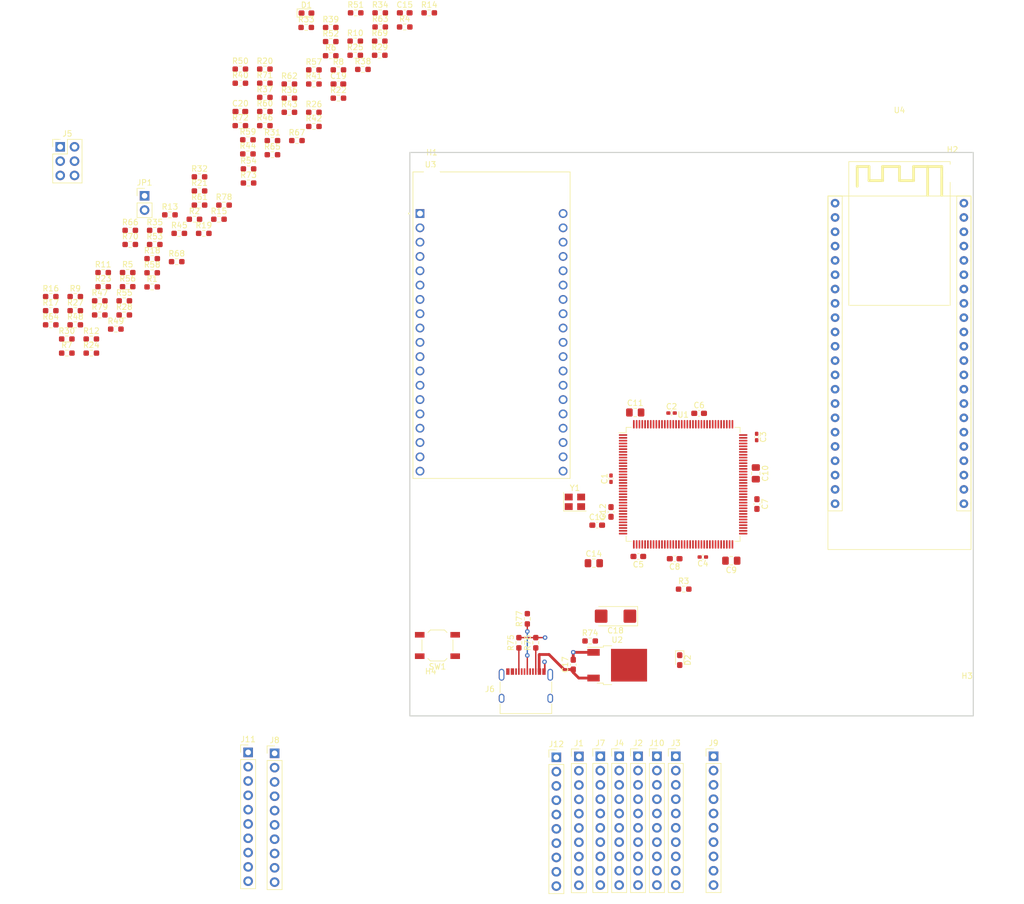
<source format=kicad_pcb>
(kicad_pcb (version 20211014) (generator pcbnew)
  (layers (0 "F.Cu" signal) (1 "In1.Cu" power) (2 "In2.Cu" signal) (31 "B.Cu" signal) (34 "B.Paste" user) (35 "F.Paste" user) (36 "B.SilkS" user "B.Silkscreen") (37 "F.SilkS" user "F.Silkscreen") (38 "B.Mask" user) (39 "F.Mask" user) (44 "Edge.Cuts" user))
  (net 0 "")
  (net 1 "+3V3")
  (net 2 "GND")
  (net 3 "+3.3VA")
  (net 4 "Net-(C15-Pad1)")
  (net 5 "+5V")
  (net 6 "OSC_OUT")
  (net 7 "OSC_IN")
  (net 8 "Net-(D1-Pad1)")
  (net 9 "Net-(D1-Pad2)")
  (net 10 "Net-(D2-Pad1)")
  (net 11 "Net-(J1-Pad1)")
  (net 12 "/ESP DEV_KIT J2 pin2")
  (net 13 "Net-(J5-Pad2)")
  (net 14 "Net-(J5-Pad5)")
  (net 15 "Net-(J6-PadA5)")
  (net 16 "Net-(J6-PadA6)")
  (net 17 "Net-(J6-PadA7)")
  (net 19 "Net-(J6-PadB5)")
  (net 22 "BOOT1")
  (net 23 "Net-(R3-Pad1)")
  (net 24 "Net-(R4-Pad1)")
  (net 25 "Net-(R5-Pad1)")
  (net 26 "Net-(R6-Pad1)")
  (net 27 "Net-(R7-Pad1)")
  (net 28 "Net-(R8-Pad1)")
  (net 29 "Net-(R9-Pad1)")
  (net 30 "Net-(R10-Pad1)")
  (net 31 "Net-(R11-Pad1)")
  (net 32 "Net-(R12-Pad1)")
  (net 33 "Net-(R13-Pad1)")
  (net 34 "Net-(R14-Pad1)")
  (net 35 "Net-(R15-Pad1)")
  (net 36 "Net-(R16-Pad1)")
  (net 37 "Net-(R17-Pad1)")
  (net 38 "Net-(R18-Pad1)")
  (net 39 "Net-(R19-Pad1)")
  (net 40 "Net-(R20-Pad1)")
  (net 41 "Net-(R21-Pad1)")
  (net 42 "Net-(R22-Pad2)")
  (net 43 "Net-(R23-Pad2)")
  (net 44 "Net-(R24-Pad2)")
  (net 45 "Net-(R25-Pad2)")
  (net 46 "Net-(R26-Pad2)")
  (net 47 "Net-(R27-Pad2)")
  (net 48 "Net-(R28-Pad2)")
  (net 49 "Net-(R29-Pad2)")
  (net 50 "Net-(R30-Pad2)")
  (net 51 "Net-(R31-Pad2)")
  (net 52 "Net-(R32-Pad2)")
  (net 53 "Net-(R33-Pad2)")
  (net 54 "Net-(R34-Pad2)")
  (net 55 "Net-(R35-Pad2)")
  (net 56 "Net-(R36-Pad2)")
  (net 57 "Net-(R37-Pad2)")
  (net 58 "Net-(R38-Pad2)")
  (net 59 "/BOOT0")
  (net 60 "Net-(R40-Pad1)")
  (net 61 "Net-(R41-Pad1)")
  (net 62 "Net-(R42-Pad1)")
  (net 63 "Net-(R43-Pad1)")
  (net 64 "Net-(R44-Pad1)")
  (net 65 "Net-(R45-Pad1)")
  (net 66 "Net-(R46-Pad1)")
  (net 67 "Net-(R47-Pad1)")
  (net 68 "Net-(R48-Pad1)")
  (net 69 "Net-(R49-Pad1)")
  (net 70 "Net-(R50-Pad1)")
  (net 71 "Net-(R51-Pad1)")
  (net 72 "Net-(R52-Pad1)")
  (net 73 "Net-(R53-Pad1)")
  (net 74 "Net-(R54-Pad1)")
  (net 75 "Net-(R55-Pad1)")
  (net 76 "Net-(R56-Pad1)")
  (net 77 "Net-(R57-Pad1)")
  (net 78 "Net-(R58-Pad1)")
  (net 79 "Net-(R59-Pad1)")
  (net 80 "Net-(R60-Pad1)")
  (net 81 "Net-(R61-Pad1)")
  (net 82 "Net-(R62-Pad1)")
  (net 83 "Net-(R63-Pad1)")
  (net 84 "Net-(R64-Pad1)")
  (net 85 "Net-(R65-Pad1)")
  (net 86 "Net-(R66-Pad1)")
  (net 87 "Net-(R67-Pad1)")
  (net 88 "Net-(R68-Pad1)")
  (net 89 "Net-(R69-Pad1)")
  (net 90 "Net-(R70-Pad1)")
  (net 91 "Net-(R71-Pad1)")
  (net 92 "Net-(R72-Pad1)")
  (net 93 "USB_D-")
  (net 94 "USB_D+")
  (net 99 "PA15")
  (net 100 "PA14")
  (net 101 "PA13")
  (net 102 "PA10")
  (net 103 "PC8")
  (net 104 "PC7")
  (net 105 "PC6")
  (net 106 "PD14")
  (net 107 "PD13")
  (net 108 "PD12")
  (net 109 "PD11")
  (net 110 "PD10")
  (net 111 "PD9")
  (net 112 "PE15")
  (net 113 "PE14")
  (net 114 "PF12")
  (net 115 "PF11")
  (net 116 "PB1")
  (net 117 "PB0")
  (net 118 "PC5")
  (net 119 "PC4")
  (net 120 "PF10")
  (net 121 "PF9")
  (net 122 "PF8")
  (net 123 "PF7")
  (net 124 "PF6")
  (net 125 "PF5")
  (net 126 "PF4")
  (net 127 "PF3")
  (net 129 "/ESP S3 J1 pin4")
  (net 130 "/ESP S3 J1 pin5")
  (net 131 "/ESP S3 J1 pin6")
  (net 132 "/ESP S3 J1 pin7")
  (net 133 "/ESP S3 J1 pin8")
  (net 134 "/ESP S3 J1 pin9")
  (net 135 "/ESP S3 J1 pin10")
  (net 136 "/ESP S3 J1 pin11")
  (net 137 "/ESP S3 J1 pin12")
  (net 138 "/ESP S3 J1 pin13")
  (net 139 "/ESP S3 J1 pin14")
  (net 140 "/ESP S3 J1 pin15")
  (net 141 "/ESP S3 J1 pin16")
  (net 142 "/ESP S3 J1 pin17")
  (net 143 "/ESP S3 J1 pin18")
  (net 144 "/ESP S3 J1 pin19")
  (net 145 "/ESP S3 J1 pin20")
  (net 146 "/ESP S3 J3 pin2")
  (net 147 "/ESP S3 J3 pin3")
  (net 148 "/ESP S3 J3 pin6")
  (net 149 "/ESP S3 J3 pin7")
  (net 150 "/ESP S3 J3 pin8")
  (net 151 "/ESP S3 J3 pin9")
  (net 152 "/ESP S3 J3 pin10")
  (net 153 "/ESP S3 J3 pin11")
  (net 154 "/ESP S3 J3 pin12")
  (net 155 "/ESP S3 J3 pin13")
  (net 156 "/ESP S3 J3 pin14")
  (net 157 "/ESP S3 J3 pin15")
  (net 158 "/ESP S3 J3 pin16")
  (net 159 "/ESP S3 J3 pin17")
  (net 160 "/ESP S3 J3 pin18")
  (net 161 "/ESP S3 J3 pin19")
  (net 162 "/ESP S3 J3 pin20")
  (net 163 "/ESP DEV_KIT J2 pin3")
  (net 164 "/ESP DEV_KIT J2 pin4")
  (net 165 "/ESP DEV_KIT J2 pin5")
  (net 166 "/ESP DEV_KIT J2 pin6")
  (net 167 "/ESP DEV_KIT J2 pin7")
  (net 168 "/ESP DEV_KIT J2 pin8")
  (net 169 "/ESP DEV_KIT J2 pin9")
  (net 170 "/ESP DEV_KIT J2 pin10")
  (net 171 "/ESP DEV_KIT J2 pin11")
  (net 172 "/ESP DEV_KIT J2 pin12")
  (net 173 "/ESP DEV_KIT J2 pin13")
  (net 174 "/ESP DEV_KIT J2 pin15")
  (net 175 "/ESP DEV_KIT J2 pin16")
  (net 176 "/ESP DEV_KIT J2 pin17")
  (net 177 "/ESP DEV_KIT J2 pin18")
  (net 178 "/ESP DEV_KIT J3 pin2")
  (net 179 "/ESP DEV_KIT J3 pin3")
  (net 180 "/ESP DEV_KIT J3 pin4")
  (net 181 "/ESP DEV_KIT J3 pin5")
  (net 182 "/ESP DEV_KIT J3 pin6")
  (net 183 "/ESP DEV_KIT J3 pin8")
  (net 184 "/ESP DEV_KIT J3 pin9")
  (net 185 "/ESP DEV_KIT J3 pin10")
  (net 186 "/ESP DEV_KIT J3 pin11")
  (net 187 "/ESP DEV_KIT J3 pin12")
  (net 188 "/ESP DEV_KIT J3 pin13")
  (net 189 "/ESP DEV_KIT J3 pin14")
  (net 190 "/ESP DEV_KIT J3 pin15")
  (net 191 "/ESP DEV_KIT J3 pin16")
  (net 192 "/ESP DEV_KIT J3 pin17")
  (net 193 "/ESP DEV_KIT J3 pin18")
  (net 194 "/ESP DEV_KIT J3 pin19")
  (net 195 "/ESP S3 J3 pin4")
  (net 196 "/ESP S3 J3 pin5")
  (net 201 "Net-(U1-Pad34)")
  (net 202 "Net-(U1-Pad35)")
  (net 203 "Net-(U1-Pad36)")
  (net 204 "Net-(U1-Pad37)")
  (net 205 "Net-(U1-Pad40)")
  (net 206 "Net-(U1-Pad41)")
  (net 207 "Net-(U1-Pad42)")
  (net 208 "Net-(U1-Pad43)")
  (net 209 "Net-(U1-Pad100)")
  (net 210 "Net-(U1-Pad101)")
  (footprint "Resistor_SMD:R_0603_1608Metric_Pad0.98x0.95mm_HandSolder" (layer "F.Cu") (at 49.92 71.31)
    (fp_text reference "R5")
    (fp_text value "220R")
  )
  (footprint "Resistor_SMD:R_0603_1608Metric_Pad0.98x0.95mm_HandSolder" (layer "F.Cu") (at 36.27 78.08)
    (fp_text reference "R17")
    (fp_text value "220R")
  )
  (footprint "Resistor_SMD:R_0603_1608Metric_Pad0.98x0.95mm_HandSolder" (layer "F.Cu") (at 122.35 137.015 90)
    (fp_text reference "R76")
    (fp_text value "5k1" hide)
  )
  (footprint "Connector_PinHeader_2.54mm:PinHeader_1x10_P2.54mm_Vertical" (layer "F.Cu") (at 71.3 156.475)
    (fp_text reference "J11")
    (fp_text value "Conn_01x10_Male")
  )
  (footprint "Resistor_SMD:R_0603_1608Metric_Pad0.98x0.95mm_HandSolder" (layer "F.Cu") (at 75.61 50.4)
    (fp_text reference "R65")
    (fp_text value "220R")
  )
  (footprint "Resistor_SMD:R_0603_1608Metric_Pad0.98x0.95mm_HandSolder" (layer "F.Cu") (at 49.32 78.84)
    (fp_text reference "R28")
    (fp_text value "220R")
  )
  (footprint "Connector_PinHeader_2.54mm:PinHeader_1x02_P2.54mm_Vertical" (layer "F.Cu") (at 52.92 57.69)
    (fp_text reference "JP1")
    (fp_text value "Jumper_2_Open")
  )
  (footprint "Resistor_SMD:R_0603_1608Metric_Pad0.98x0.95mm_HandSolder" (layer "F.Cu") (at 54.73 66.33)
    (fp_text reference "R53")
    (fp_text value "220R")
  )
  (footprint "Resistor_SMD:R_0603_1608Metric_Pad0.98x0.95mm_HandSolder" (layer "F.Cu") (at 82.97 37.85)
    (fp_text reference "R41")
    (fp_text value "220R")
  )
  (footprint "Resistor_SMD:R_0603_1608Metric_Pad0.98x0.95mm_HandSolder" (layer "F.Cu") (at 47.82 81.35)
    (fp_text reference "R49")
    (fp_text value "220R")
  )
  (footprint "Capacitor_SMD:C_0603_1608Metric_Pad1.08x0.95mm_HandSolder" (layer "F.Cu") (at 161.6 112.4 -90)
    (fp_text reference "C7")
    (fp_text value "10nF" hide)
  )
  (footprint "MountingHole:MountingHole_3.2mm_M3" (layer "F.Cu") (at 196.2 146.2)
    (fp_text reference "H3")
    (fp_text value "MountingHole")
  )
  (footprint "Capacitor_SMD:C_0402_1005Metric_Pad0.74x0.62mm_HandSolder" (layer "F.Cu") (at 135.7 107.9 90)
    (fp_text reference "C1")
    (fp_text value "10nF" hide)
  )
  (footprint "robotarna1:ESP32-devkit_v1" (layer "F.Cu") (at 186.9 59)
    (fp_text reference "U4")
    (fp_text value "ESP32-S3")
  )
  (footprint "Resistor_SMD:R_0603_1608Metric_Pad0.98x0.95mm_HandSolder" (layer "F.Cu") (at 44.97 76.33)
    (fp_text reference "R47")
    (fp_text value "220R")
  )
  (footprint "Connector_PinHeader_2.54mm:PinHeader_1x10_P2.54mm_Vertical" (layer "F.Cu") (at 147.2 157.16)
    (fp_text reference "J3")
    (fp_text value "Conn_01x10_Male")
  )
  (footprint "Capacitor_SMD:C_0603_1608Metric_Pad1.08x0.95mm_HandSolder" (layer "F.Cu") (at 129 140.9 90)
    (fp_text reference "C17")
    (fp_text value "22uF")
  )
  (footprint "Resistor_SMD:R_0603_1608Metric_Pad0.98x0.95mm_HandSolder" (layer "F.Cu") (at 74.27 42.73)
    (fp_text reference "R60")
    (fp_text value "220R")
  )
  (footprint "Resistor_SMD:R_0603_1608Metric_Pad0.98x0.95mm_HandSolder" (layer "F.Cu") (at 78.62 42.87)
    (fp_text reference "R43")
    (fp_text value "220R")
  )
  (footprint "Resistor_SMD:R_0603_1608Metric_Pad0.98x0.95mm_HandSolder" (layer "F.Cu") (at 39.12 85.61)
    (fp_text reference "R7")
    (fp_text value "220R")
  )
  (footprint "Resistor_SMD:R_0603_1608Metric_Pad0.98x0.95mm_HandSolder" (layer "F.Cu") (at 90.31 30.24)
    (fp_text reference "R10")
    (fp_text value "220R")
  )
  (footprint "Resistor_SMD:R_0603_1608Metric_Pad0.98x0.95mm_HandSolder" (layer "F.Cu") (at 50.38 63.82)
    (fp_text reference "R66")
    (fp_text value "220R")
  )
  (footprint "Resistor_SMD:R_0603_1608Metric_Pad0.98x0.95mm_HandSolder" (layer "F.Cu") (at 103.44 25.22)
    (fp_text reference "R14")
    (fp_text value "220R")
  )
  (footprint "Connector_PinHeader_2.54mm:PinHeader_1x10_P2.54mm_Vertical" (layer "F.Cu") (at 76 156.64)
    (fp_text reference "J8")
    (fp_text value "Conn_01x10_Male")
  )
  (footprint "Resistor_SMD:R_0603_1608Metric_Pad0.98x0.95mm_HandSolder" (layer "F.Cu") (at 94.74 27.73)
    (fp_text reference "R63")
    (fp_text value "220R")
  )
  (footprint "Resistor_SMD:R_0603_1608Metric_Pad0.98x0.95mm_HandSolder" (layer "F.Cu") (at 36.27 75.57)
    (fp_text reference "R16")
    (fp_text value "220R")
  )
  (footprint "Capacitor_SMD:C_0402_1005Metric_Pad0.74x0.62mm_HandSolder" (layer "F.Cu") (at 161.55 100.5 -90)
    (fp_text reference "C3")
    (fp_text value "10nF" hide)
  )
  (footprint "Resistor_SMD:R_0603_1608Metric_Pad0.98x0.95mm_HandSolder" (layer "F.Cu") (at 40.62 80.59)
    (fp_text reference "R48")
    (fp_text value "220R")
  )
  (footprint "Resistor_SMD:R_0603_1608Metric_Pad0.98x0.95mm_HandSolder" (layer "F.Cu") (at 94.66 32.75)
    (fp_text reference "R29")
    (fp_text value "220R")
  )
  (footprint "robotarna:MODULE_ESP32-DEVKITC-32D" (layer "F.Cu") (at 114.5 80.6)
    (fp_text reference "U3")
    (fp_text value "ESP32-DEVKITC-32D")
  )
  (footprint "Resistor_SMD:R_0603_1608Metric_Pad0.98x0.95mm_HandSolder" (layer "F.Cu") (at 45.57 73.82)
    (fp_text reference "R23")
    (fp_text value "220R")
  )
  (footprint "Connector_USB:USB_C_Receptacle_XKB_U262-16XN-4BVC11" (layer "F.Cu") (at 120.6 145.8)
    (fp_text reference "J6")
    (fp_text value "USB_C_Receptacle")
  )
  (footprint "Resistor_SMD:R_0603_1608Metric_Pad0.98x0.95mm_HandSolder" (layer "F.Cu") (at 40.62 75.57)
    (fp_text reference "R9")
    (fp_text value "220R")
  )
  (footprint "Resistor_SMD:R_0603_1608Metric_Pad0.98x0.95mm_HandSolder" (layer "F.Cu") (at 43.47 85.61)
    (fp_text reference "R24")
    (fp_text value "220R")
  )
  (footprint "Package_QFP:LQFP-144_20x20mm_P0.5mm" (layer "F.Cu") (at 148.5 108.9)
    (fp_text reference "U1")
    (fp_text value "STM32F103ZETx")
  )
  (footprint "Resistor_SMD:R_0603_1608Metric_Pad0.98x0.95mm_HandSolder" (layer "F.Cu") (at 50.38 66.33)
    (fp_text reference "R70")
    (fp_text value "220R")
  )
  (footprint "Resistor_SMD:R_0603_1608Metric_Pad0.98x0.95mm_HandSolder" (layer "F.Cu") (at 85.96 27.81)
    (fp_text reference "R39")
    (fp_text value "100k")
  )
  (footprint "Resistor_SMD:R_0603_1608Metric_Pad0.98x0.95mm_HandSolder" (layer "F.Cu") (at 87.32 40.36)
    (fp_text reference "R22")
    (fp_text value "220R")
  )
  (footprint "Resistor_SMD:R_0603_1608Metric_Pad0.98x0.95mm_HandSolder" (layer "F.Cu") (at 44.97 78.84)
    (fp_text reference "R79")
    (fp_text value "1k5")
  )
  (footprint "Capacitor_SMD:C_0603_1608Metric_Pad1.08x0.95mm_HandSolder" (layer "F.Cu") (at 87.32 37.85)
    (fp_text reference "C19")
    (fp_text value "18pF")
  )
  (footprint "Resistor_SMD:R_0603_1608Metric_Pad0.98x0.95mm_HandSolder" (layer "F.Cu") (at 87.32 35.34)
    (fp_text reference "R8")
    (fp_text value "220R")
  )
  (footprint "Resistor_SMD:R_0603_1608Metric_Pad0.98x0.95mm_HandSolder" (layer "F.Cu") (at 67.02 59.34)
    (fp_text reference "R78")
    (fp_text value "20R")
  )
  (footprint "Capacitor_SMD:C_0603_1608Metric_Pad1.08x0.95mm_HandSolder" (layer "F.Cu") (at 69.92 42.73)
    (fp_text reference "C20")
    (fp_text value "18pF")
  )
  (footprint "Resistor_SMD:R_0603_1608Metric_Pad0.98x0.95mm_HandSolder" (layer "F.Cu") (at 59.08 64.36)
    (fp_text reference "R45")
    (fp_text value "220R")
  )
  (footprint "Resistor_SMD:R_0603_1608Metric_Pad0.98x0.95mm_HandSolder" (layer "F.Cu") (at 74.27 35.2)
    (fp_text reference "R20")
    (fp_text value "220R")
  )
  (footprint "Resistor_SMD:R_0603_1608Metric_Pad0.98x0.95mm_HandSolder" (layer "F.Cu") (at 82.97 45.38)
    (fp_text reference "R42")
    (fp_text value "220R")
  )
  (footprint "Resistor_SMD:R_0603_1608Metric_Pad0.98x0.95mm_HandSolder" (layer "F.Cu") (at 74.27 45.24)
    (fp_text reference "R46")
    (fp_text value "220R")
  )
  (footprint "Capacitor_SMD:C_0603_1608Metric_Pad1.08x0.95mm_HandSolder" (layer "F.Cu") (at 147 122.1 180)
    (fp_text reference "C8")
    (fp_text value "10nF" hide)
  )
  (footprint "Connector_PinHeader_2.54mm:PinHeader_1x10_P2.54mm_Vertical" (layer "F.Cu") (at 137.15 157.16)
    (fp_text reference "J4")
    (fp_text value "Conn_01x10_Male")
  )
  (footprint "Resistor_SMD:R_0603_1608Metric_Pad0.98x0.95mm_HandSolder" (layer "F.Cu") (at 82.97 42.87)
    (fp_text reference "R26")
    (fp_text value "220R")
  )
  (footprint "Resistor_SMD:R_0603_1608Metric_Pad0.98x0.95mm_HandSolder" (layer "F.Cu") (at 94.74 25.22)
    (fp_text reference "R34")
    (fp_text value "220R")
  )
  (footprint "Button_Switch_SMD:SW_SPST_TL3342" (layer "F.Cu") (at 104.9 137.5 180)
    (fp_text reference "SW1")
    (fp_text value "SW_Push_Dual")
  )
  (footprint "Resistor_SMD:R_0603_1608Metric_Pad0.98x0.95mm_HandSolder" (layer "F.Cu") (at 43.47 83.1)
    (fp_text reference "R12")
    (fp_text value "220R")
  )
  (footprint "Resistor_SMD:R_0603_1608Metric_Pad0.98x0.95mm_HandSolder" (layer "F.Cu") (at 119.35 137.015 90)
    (fp_text reference "R75")
    (fp_text value "5k1" hide)
  )
  (footprint "Capacitor_SMD:C_0603_1608Metric_Pad1.08x0.95mm_HandSolder" (layer "F.Cu") (at 133.25 116.15)
    (fp_text reference "C13")
    (fp_text value "1uF")
  )
  (footprint "Resistor_SMD:R_0603_1608Metric_Pad0.98x0.95mm_HandSolder" (layer "F.Cu") (at 91.67 35.26)
    (fp_text reference "R38")
    (fp_text value "220R")
  )
  (footprint "Resistor_SMD:R_0603_1608Metric_Pad0.98x0.95mm_HandSolder" (layer "F.Cu") (at 49.92 73.82)
    (fp_text reference "R56")
    (fp_text value "220R")
  )
  (footprint "Resistor_SMD:R_0603_1608Metric_Pad0.98x0.95mm_HandSolder" (layer "F.Cu") (at 62.67 59.34)
    (fp_text reference "R61")
    (fp_text value "220R")
  )
  (footprint "Resistor_SMD:R_0603_1608Metric_Pad0.98x0.95mm_HandSolder" (layer "F.Cu") (at 90.31 32.75)
    (fp_text reference "R25")
    (fp_text value "220R")
  )
  (footprint "Connector_PinHeader_2.54mm:PinHeader_1x10_P2.54mm_Vertical" (layer "F.Cu") (at 126 157.345)
    (fp_text reference "J12")
    (fp_text value "Conn_01x10_Male")
  )
  (footprint "Capacitor_SMD:C_0805_2012Metric_Pad1.18x1.45mm_HandSolder" (layer "F.Cu") (at 161.4 106.95 -90)
    (fp_text reference "C10")
    (fp_text value "10nF" hide)
  )
  (footprint "Resistor_SMD:R_0603_1608Metric_Pad0.98x0.95mm_HandSolder" (layer "F.Cu") (at 71.26 47.75)
    (fp_text reference "R59")
    (fp_text value "220R")
  )
  (footprint "MountingHole:MountingHole_3.2mm_M3" (layer "F.Cu") (at 196.3 53.7)
    (fp_text reference "H2")
    (fp_text value "MountingHole")
  )
  (footprint "Resistor_SMD:R_0603_1608Metric_Pad0.98x0.95mm_HandSolder" (layer "F.Cu") (at 66.12 61.85)
    (fp_text reference "R15")
    (fp_text value "220R")
  )
  (footprint "Resistor_SMD:R_0603_1608Metric_Pad0.98x0.95mm_HandSolder" (layer "F.Cu") (at 90.39 25.22)
    (fp_text reference "R51")
    (fp_text value "220R")
  )
  (footprint "Capacitor_SMD:C_0603_1608Metric_Pad1.08x0.95mm_HandSolder" (layer "F.Cu") (at 151.3375 96.3)
    (fp_text reference "C6")
    (fp_text value "10nF" hide)
  )
  (footprint "Resistor_SMD:R_0603_1608Metric_Pad0.98x0.95mm_HandSolder" (layer "F.Cu") (at 58.62 69.38)
    (fp_text reference "R68")
    (fp_text value "220R")
  )
  (footprint "LED_SMD:LED_0603_1608Metric_Pad1.05x0.95mm_HandSolder" (layer "F.Cu") (at 147.9 140.1 -90)
    (fp_text reference "D2")
    (fp_text value "RED")
  )
  (footprint "Connector_PinHeader_2.54mm:PinHeader_2x03_P2.54mm_Vertical" (layer "F.Cu") (at 37.95 49)
    (fp_text reference "J5")
    (fp_text value "Conn_02x03_Counter_Clockwise")
  )
  (footprint "Capacitor_SMD:C_0402_1005Metric_Pad0.74x0.62mm_HandSolder" (layer "F.Cu") (at 146.45 96.25)
    (fp_text reference "C2")
    (fp_text value "10nF" hide)
  )
  (footprint "Resistor_SMD:R_0603_1608Metric_Pad0.98x0.95mm_HandSolder" (layer "F.Cu") (at 71.37 55.42)
    (fp_text reference "R73")
    (fp_text value "1k5")
  )
  (footprint "Resistor_SMD:R_0603_1608Metric_Pad0.98x0.95mm_HandSolder" (layer "F.Cu") (at 61.77 61.85)
    (fp_text reference "R2")
    (fp_text value "10k")
  )
  (footprint "Resistor_SMD:R_0603_1608Metric_Pad0.98x0.95mm_HandSolder" (layer "F.Cu") (at 57.42 61.07)
    (fp_text reference "R13")
    (fp_text value "220R")
  )
  (footprint "Capacitor_SMD:C_0603_1608Metric_Pad1.08x0.95mm_HandSolder" (layer "F.Cu") (at 135.7 113.8 -90)
    (fp_text reference "C12")
    (fp_text value "4.7uF" hide)
  )
  (footprint "Capacitor_SMD:C_0805_2012Metric_Pad1.18x1.45mm_HandSolder" (layer "F.Cu") (at 157.05 122.45 180)
    (fp_text reference "C9")
    (fp_text value "10nF" hide)
  )
  (footprint "Resistor_SMD:R_0603_1608Metric_Pad0.98x0.95mm_HandSolder" (layer "F.Cu") (at 69.92 45.24)
    (fp_text reference "R72")
    (fp_text value "220R")
  )
  (footprint "Resistor_SMD:R_0603_1608Metric_Pad0.98x0.95mm_HandSolder" (layer "F.Cu") (at 69.92 35.2)
    (fp_text reference "R50")
    (fp_text value "220R")
  )
  (footprint "Capacitor_SMD:C_0805_2012Metric_Pad1.18x1.45mm_HandSolder" (layer "F.Cu") (at 132.65 122.9)
    (fp_text reference "C14")
    (fp_text value "10nF")
  )
  (footprint "LED_SMD:LED_0603_1608Metric_Pad1.05x0.95mm_HandSolder" (layer "F.Cu") (at 81.655 25.26)
    (fp_text reference "D1")
    (fp_text value "BLUE")
  )
  (footprint "Resistor_SMD:R_0603_1608Metric_Pad0.98x0.95mm_HandSolder" (layer "F.Cu") (at 54.27 71.35)
    (fp_text reference "R58")
    (fp_text value "220R")
  )
  (footprint "Resistor_SMD:R_0603_1608Metric_Pad0.98x0.95mm_HandSolder" (layer "F.Cu") (at 81.61 27.81)
    (fp_text reference "R33")
    (fp_text value "220R")
  )
  (footprint "MountingHole:MountingHole_3.2mm_M3" (layer "F.Cu") (at 103.9 54.2)
    (fp_text reference "H1")
    (fp_text value "MountingHole")
  )
  (footprint "Connector_PinHeader_2.54mm:PinHeader_1x10_P2.54mm_Vertical" (layer "F.Cu") (at 133.8 157.16)
    (fp_text reference "J7")
    (fp_text value "Conn_01x10_Male")
  )
  (footprint "Resistor_SMD:R_0603_1608Metric_Pad0.98x0.95mm_HandSolder" (layer "F.Cu") (at 85.96 32.83)
    (fp_text reference "R6")
    (fp_text value "220R")
  )
  (footprint "Resistor_SMD:R_0603_1608Metric_Pad0.98x0.95mm_HandSolder" (layer "F.Cu") (at 45.57 71.31)
    (fp_text reference "R11")
    (fp_text value "220R")
  )
  (footprint "Resistor_SMD:R_0603_1608Metric_Pad0.98x0.95mm_HandSolder" (layer "F.Cu") (at 78.62 37.85)
    (fp_text reference "R62")
    (fp_text value "220R")
  )
  (footprint "Capacitor_SMD:C_0603_1608Metric_Pad1.08x0.95mm_HandSolder" (layer "F.Cu") (at 140.55 121.7 180)
    (fp_text reference "C5")
    (fp_text value "10nF" hide)
  )
  (footprint "Resistor_SMD:R_0603_1608Metric_Pad0.98x0.95mm_HandSolder" (layer "F.Cu") (at 69.92 37.71)
    (fp_text reference "R40")
    (fp_text value "220R")
  )
  (footprint "Capacitor_SMD:C_0805_2012Metric_Pad1.18x1.45mm_HandSolder" (layer "F.Cu") (at 140 96.15)
    (fp_text reference "C11")
    (fp_text value "10nF" hide)
  )
  (footprint "Resistor_SMD:R_0603_1608Metric_Pad0.98x0.95mm_HandSolder" (layer "F.Cu") (at 40.62 78.08)
    (fp_text reference "R27")
    (fp_text value "220R")
  )
  (footprint "Resistor_SMD:R_0603_1608Metric_Pad0.98x0.95mm_HandSolder" (layer "F.Cu") (at 148.6 127.5)
    (fp_text reference "R3")
    (fp_text value "220R")
  )
  (footprint "Resistor_SMD:R_0603_1608Metric_Pad0.98x0.95mm_HandSolder" (layer "F.Cu") (at 39.12 83.1)
    (fp_text reference "R30")
    (fp_text value "220R")
  )
  (footprint "Package_TO_SOT_SMD:TO-252-2" (layer "F.Cu") (at 136.8 141)
    (fp_text reference "U2")
    (fp_text value "AMS1117-3.3")
  )
  (footprint "Resistor_SMD:R_0603_1608Metric_Pad0.98x0.95mm_HandSolder" (layer "F.Cu") (at 99.09 27.73)
    (fp_text reference "R4")
    (fp_text value "220R")
  )
  (footprint "Resistor_SMD:R_0603_1608Metric_Pad0.98x0.95mm_HandSolder" (layer "F.Cu") (at 36.27 80.59)
    (fp_text reference "R64")
    (fp_text value "220R")
  )
  (footprint "Resistor_SMD:R_0603_1608Metric_Pad0.98x0.95mm_HandSolder" (layer "F.Cu") (at 62.67 54.32)
    (fp_text reference "R32")
    (fp_text value "220R")
  )
  (footprint "Resistor_SMD:R_0603_1608Metric_Pad0.98x0.95mm_HandSolder" (layer "F.Cu") (at 62.67 56.83)
    (fp_text reference "R21")
    (fp_text value "220R")
  )
  (footprint "Resistor_SMD:R_0603_1608Metric_Pad0.98x0.95mm_HandSolder" (layer "F.Cu") (at 82.97 35.34)
    (fp_text reference "R57")
    (fp_text value "220R")
  )
  (footprint "Resistor_SMD:R_0603_1608Metric_Pad0.98x0.95mm_HandSolder" (layer "F.Cu") (at 54.73 63.82)
    (fp_text reference "R35")
    (fp_text value "220R")
  )
  (footprint "Resistor_SMD:R_0603_1608Metric_Pad0.98x0.95mm_HandSolder" (layer "F.Cu") (at 63.43 64.36)
    (fp_text reference "R19")
    (fp_text value "220R")
  )
  (footprint "Connector_PinHeader_2.54mm:PinHeader_1x10_P2.54mm_Vertical" (layer "F.Cu") (at 153.9 157.16)
    (fp_text reference "J9")
    (fp_text value "Conn_01x10_Male")
  )
  (footprint "Resistor_SMD:R_0603_1608Metric_Pad0.98x0.95mm_HandSolder" (layer "F.Cu") (at 132 136.7)
    (fp_text reference "R74")
    (fp_text value "1k5")
  )
  (footprint "Capacitor_Tantalum_SMD:CP_EIA-6032-20_AVX-F_Pad2.25x2.35mm_HandSolder" (layer "F.Cu") (at 136.5 132.3 180)
    (fp_text reference "C18")
    (fp_text value "22µF solid tantalum")
  )
  (footprint "Resistor_SMD:R_0603_1608Metric_Pad0.98x0.95mm_HandSolder" (layer "F.Cu") (at 49.32 76.33)
    (fp_text reference "R55")
    (fp_text value "220R")
  )
  (footprint "Resistor_SMD:R_0603_1608Metric_Pad0.98x0.95mm_HandSolder" (layer "F.Cu") (at 74.27 37.71)
    (fp_text reference "R71")
    (fp_text value "220R")
  )
  (footprint "Resistor_SMD:R_0603_1608Metric_Pad0.98x0.95mm_HandSolder" (layer "F.Cu") (at 74.27 40.22)
    (fp_text reference "R37")
    (fp_text value "220R")
  )
  (footprint "Capacitor_SMD:C_0603_1608Metric_Pad1.08x0.95mm_HandSolder" (layer "F.Cu") (at 99.09 25.22)
    (fp_text reference "C15")
    (fp_text value "4.7uF")
  )
  (footprint "Capacitor_SMD:C_0402_1005Metric_Pad0.74x0.62mm_HandSolder" (layer "F.Cu") (at 152 121.8 180)
    (fp_text reference "C4")
    (fp_text value "10nF" hide)
  )
  (footprint "Connector_PinHeader_2.54mm:PinHeader_1x10_P2.54mm_Vertical" (layer "F.Cu") (at 143.85 157.16)
    (fp_text reference "J10")
    (fp_text value "Conn_01x10_Male")
  )
  (footprint "Resistor_SMD:R_0603_1608Metric_Pad0.98x0.95mm_HandSolder" (layer "F.Cu") (at 85.96 30.32)
    (fp_text reference "R52")
    (fp_text value "220R")
  )
  (footprint "Resistor_SMD:R_0603_1608Metric_Pad0.98x0.95mm_HandSolder" (layer "F.Cu") (at 71.37 52.91)
    (fp_text reference "R54")
    (fp_text value "220R")
  )
  (footprint "Resistor_SMD:R_0603_1608Metric_Pad0.98x0.95mm_HandSolder" (layer "F.Cu") (at 120.85 132.765 90)
    (fp_text reference "R77")
    (fp_text value "20R" hide)
  )
  (footprint "Resistor_SMD:R_0603_1608Metric_Pad0.98x0.95mm_HandSolder" (layer "F.Cu") (at 75.61 47.89)
    (fp_text reference "R31")
    (fp_text value "220R")
  )
  (footprint "Connector_PinHeader_2.54mm:PinHeader_1x10_P2.54mm_Vertical" (layer "F.Cu") (at 130 157.185)
    (fp_text reference "J1")
    (fp_text value "Conn_01x10_Male")
  )
  (footprint "MountingHole:MountingHole_3.2mm_M3" (layer "F.Cu") (at 103.7 146.3)
    (fp_text reference "H4")
    (fp_text value "MountingHole")
  )
  (footprint "Resistor_SMD:R_0603_1608Metric_Pad0.98x0.95mm_HandSolder" (layer "F.Cu") (at 54.27 68.84)
    (fp_text reference "R18")
    (fp_text value "220R")
  )
  (footprint "Resistor_SMD:R_0603_1608Metric_Pad0.98x0.95mm_HandSolder" (layer "F.Cu") (at 71.26 50.26)
    (fp_text reference "R44")
    (fp_text value "220R")
  )
  (footprint "Resistor_SMD:R_0603_1608Metric_Pad0.98x0.95mm_HandSolder" (layer "F.Cu") (at 78.62 40.36)
    (fp_text reference "R36")
    (fp_text value "220R")
  )
  (footprint "Resistor_SMD:R_0603_1608Metric_Pad0.98x0.95mm_HandSolder" (layer "F.Cu") (at 79.96 47.89)
    (fp_text reference "R67")
    (fp_text value "220R")
  )
  (footprint "Resistor_SMD:R_0603_1608Metric_Pad0.98x0.95mm_HandSolder" (layer "F.Cu") (at 54.27 73.86)
    (fp_text reference "R1")
    (fp_text value "100k")
  )
  (footprint "Crystal:Crystal_SMD_3225-4Pin_3.2x2.5mm" (layer "F.Cu") (at 129.3 112)
    (fp_text reference "Y1")
    (fp_text value "12Mhz")
  )
  (footprint "Connector_PinHeader_2.54mm:PinHeader_1x10_P2.54mm_Vertical" (layer "F.Cu") (at 140.5 157.16)
    (fp_text reference "J2")
    (fp_text value "Conn_01x10_Male")
  )
  (footprint "Resistor_SMD:R_0603_1608Metric_Pad0.98x0.95mm_HandSolder" (layer "F.Cu") (at 94.66 30.24)
    (fp_text reference "R69")
    (fp_text value "220R")
  )
  (gr_rect (start 100 50) (end 200 150) (layer "Edge.Cuts") (width 0.2) (fill none))
  (segment (start 158.0875 121.9875) (end 158.0875 122.45) (width 0.3) (layer "F.Cu") (net 1))
  (segment (start 123.0375 136.1025) (end 123.9975 136.1025) (width 0.25) (layer "F.Cu") (net 2))
  (segment (start 122.35 136.1025) (end 123.0375 136.1025) (width 0.25) (layer "F.Cu") (net 2))
  (segment (start 123.95 140.45) (end 123.9 140.4) (width 0.3) (layer "F.Cu") (net 2))
  (segment (start 123.9975 136.1025) (end 124 136.1) (width 0.25) (layer "F.Cu") (net 2))
  (segment (start 129 140.0375) (end 129 138.7) (width 0.5) (layer "F.Cu") (net 2))
  (segment (start 123.95 142.13) (end 123.95 140.45) (width 0.3) (layer "F.Cu") (net 2))
  (segment (start 129.02 138.72) (end 129 138.7) (width 0.5) (layer "F.Cu") (net 2))
  (segment (start 132.6 138.72) (end 129.02 138.72) (width 0.5) (layer "F.Cu") (net 2))
  (segment (start 119.35 136.1025) (end 122.35 136.1025) (width 0.25) (layer "F.Cu") (net 2))
  (via (at 129 138.7) (size 0.8) (drill 0.4) (layers "F.Cu" "B.Cu") (net 2))
  (via (at 124 136.1) (size 0.8) (drill 0.4) (layers "F.Cu" "B.Cu") (net 2))
  (via (at 123.9 140.4) (size 0.8) (drill 0.4) (layers "F.Cu" "B.Cu") (net 2))
  (segment (start 129 141.7625) (end 129 142.3) (width 0.5) (layer "F.Cu") (net 5))
  (segment (start 122.95 139.15) (end 122.95 142.13) (width 0.5) (layer "F.Cu") (net 5))
  (segment (start 129 141.7625) (end 127.3625 141.7625) (width 0.5) (layer "F.Cu") (net 5))
  (segment (start 123 139.1) (end 122.95 139.15) (width 0.5) (layer "F.Cu") (net 5))
  (segment (start 124.7 139.1) (end 123 139.1) (width 0.5) (layer "F.Cu") (net 5))
  (segment (start 129 142.3) (end 129.98 143.28) (width 0.5) (layer "F.Cu") (net 5))
  (segment (start 127.3625 141.7625) (end 124.7 139.1) (width 0.5) (layer "F.Cu") (net 5))
  (segment (start 129.98 143.28) (end 132.6 143.28) (width 0.5) (layer "F.Cu") (net 5))
  (segment (start 123.1 141.88) (end 122.85 142.13) (width 0.3) (layer "F.Cu") (net 5))
  (segment (start 119.35 137.9275) (end 119.35 141.695) (width 0.25) (layer "F.Cu") (net 15))
  (segment (start 120.85 135.015) (end 120.85 133.6775) (width 0.25) (layer "F.Cu") (net 17))
  (segment (start 120.85 141.695) (end 120.85 139.265) (width 0.25) (layer "F.Cu") (net 17))
  (via (at 120.85 139.265) (size 0.8) (drill 0.4) (layers "F.Cu" "B.Cu") (net 17))
  (via (at 120.85 135.015) (size 0.8) (drill 0.4) (layers "F.Cu" "B.Cu") (net 17))
  (segment (start 120.85 139.265) (end 120.85 135.015) (width 0.25) (layer "B.Cu") (net 17))
  (segment (start 122.35 141.695) (end 122.35 137.9275) (width 0.25) (layer "F.Cu") (net 19))
)
</source>
